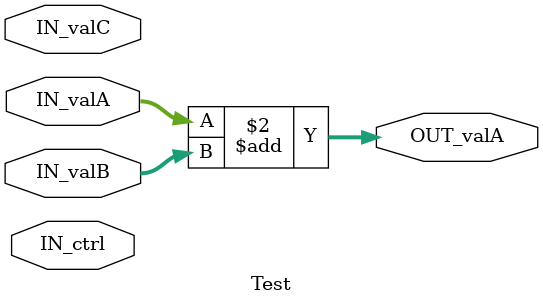
<source format=sv>
module Test#(parameter N = 4)
(
  input logic[N-1:0] IN_valA,
  input logic[N-1:0] IN_valB,
  input logic[N-1:0] IN_valC,
  input logic IN_ctrl,
  output logic[N-1:0] OUT_valA
);

always_comb begin
  OUT_valA = IN_valA + IN_valB;
end

endmodule

</source>
